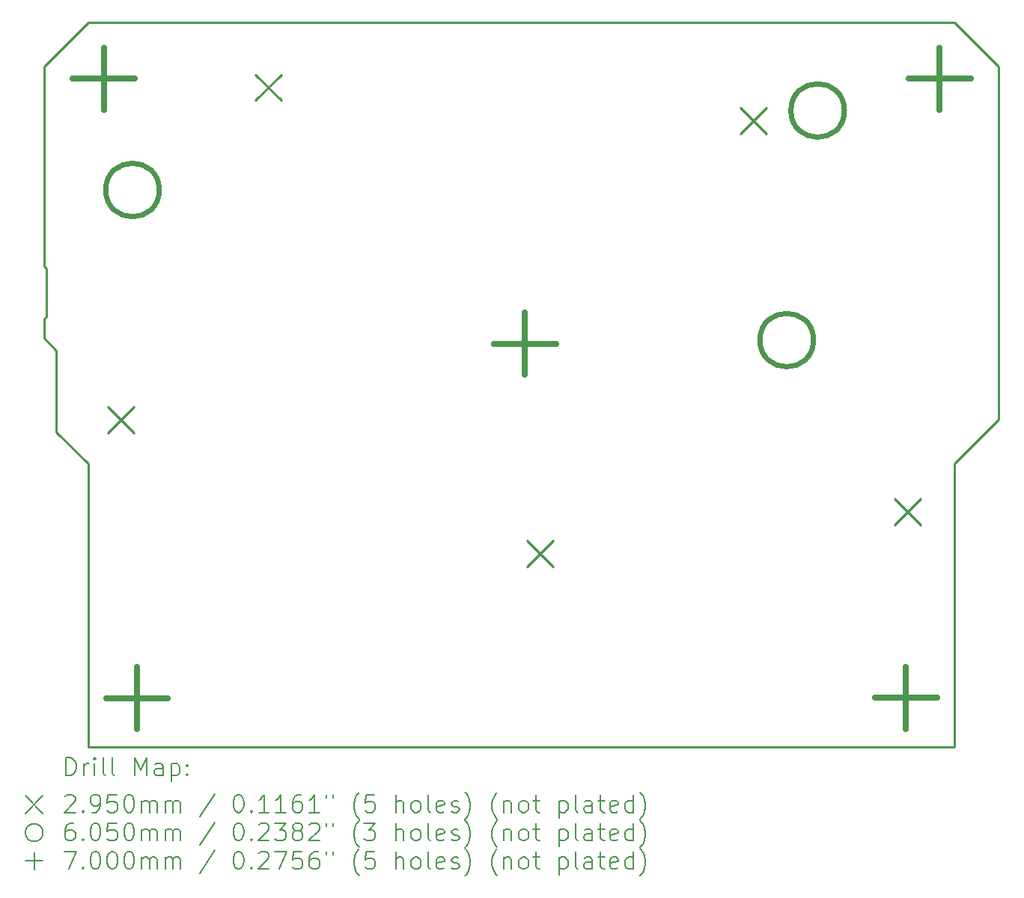
<source format=gbr>
%TF.GenerationSoftware,KiCad,Pcbnew,9.0.7*%
%TF.CreationDate,2026-02-04T15:52:09+00:00*%
%TF.ProjectId,FED3 tester 1st production aux,46454433-2074-4657-9374-657220317374,rev?*%
%TF.SameCoordinates,PX6146580PY6dc4960*%
%TF.FileFunction,Drillmap*%
%TF.FilePolarity,Positive*%
%FSLAX45Y45*%
G04 Gerber Fmt 4.5, Leading zero omitted, Abs format (unit mm)*
G04 Created by KiCad (PCBNEW 9.0.7) date 2026-02-04 15:52:09*
%MOMM*%
%LPD*%
G01*
G04 APERTURE LIST*
%ADD10C,0.250000*%
%ADD11C,0.200000*%
%ADD12C,0.295000*%
%ADD13C,0.605000*%
%ADD14C,0.700000*%
G04 APERTURE END LIST*
D10*
X-360000Y3565000D02*
X-360000Y4485000D01*
X9800000Y8205000D02*
X10300000Y7705000D01*
X-472000Y5417000D02*
X-500000Y5445000D01*
X-500000Y7705000D02*
X0Y8205000D01*
X-472000Y4873000D02*
X-472000Y5417000D01*
X-500000Y5445000D02*
X-500000Y7705000D01*
X3600000Y8205000D02*
X6200000Y8205000D01*
X-500000Y4845000D02*
X-472000Y4873000D01*
X9800000Y3210000D02*
X9800000Y0D01*
X10300000Y3710000D02*
X9800000Y3210000D01*
X0Y3205000D02*
X-360000Y3565000D01*
X0Y8205000D02*
X3600000Y8205000D01*
X-500000Y4625000D02*
X-500000Y4845000D01*
X10300000Y7705000D02*
X10300000Y3710000D01*
X9800000Y0D02*
X0Y0D01*
X0Y3205000D02*
X0Y0D01*
X-360000Y4485000D02*
X-500000Y4625000D01*
X6200000Y8205000D02*
X9800000Y8205000D01*
D11*
D12*
X222500Y3851605D02*
X517500Y3556605D01*
X517500Y3851605D02*
X222500Y3556605D01*
X1887500Y7612500D02*
X2182500Y7317500D01*
X2182500Y7612500D02*
X1887500Y7317500D01*
X4962500Y2331605D02*
X5257500Y2036605D01*
X5257500Y2331605D02*
X4962500Y2036605D01*
X7372500Y7236605D02*
X7667500Y6941605D01*
X7667500Y7236605D02*
X7372500Y6941605D01*
X9117500Y2811605D02*
X9412500Y2516605D01*
X9412500Y2811605D02*
X9117500Y2516605D01*
D13*
X802610Y6305000D02*
G75*
G02*
X197610Y6305000I-302500J0D01*
G01*
X197610Y6305000D02*
G75*
G02*
X802610Y6305000I302500J0D01*
G01*
X8202500Y4605000D02*
G75*
G02*
X7597500Y4605000I-302500J0D01*
G01*
X7597500Y4605000D02*
G75*
G02*
X8202500Y4605000I302500J0D01*
G01*
X8552500Y7205000D02*
G75*
G02*
X7947500Y7205000I-302500J0D01*
G01*
X7947500Y7205000D02*
G75*
G02*
X8552500Y7205000I302500J0D01*
G01*
D14*
X175000Y7915000D02*
X175000Y7215000D01*
X-175000Y7565000D02*
X525000Y7565000D01*
X550000Y900000D02*
X550000Y200000D01*
X200000Y550000D02*
X900000Y550000D01*
X4940110Y4915000D02*
X4940110Y4215000D01*
X4590110Y4565000D02*
X5290110Y4565000D01*
X9250000Y905000D02*
X9250000Y205000D01*
X8900000Y555000D02*
X9600000Y555000D01*
X9630000Y7915000D02*
X9630000Y7215000D01*
X9280000Y7565000D02*
X9980000Y7565000D01*
D11*
X-251723Y-323984D02*
X-251723Y-123984D01*
X-251723Y-123984D02*
X-204104Y-123984D01*
X-204104Y-123984D02*
X-175533Y-133508D01*
X-175533Y-133508D02*
X-156485Y-152555D01*
X-156485Y-152555D02*
X-146961Y-171603D01*
X-146961Y-171603D02*
X-137438Y-209698D01*
X-137438Y-209698D02*
X-137438Y-238269D01*
X-137438Y-238269D02*
X-146961Y-276365D01*
X-146961Y-276365D02*
X-156485Y-295412D01*
X-156485Y-295412D02*
X-175533Y-314460D01*
X-175533Y-314460D02*
X-204104Y-323984D01*
X-204104Y-323984D02*
X-251723Y-323984D01*
X-51723Y-323984D02*
X-51723Y-190650D01*
X-51723Y-228746D02*
X-42199Y-209698D01*
X-42199Y-209698D02*
X-32676Y-200174D01*
X-32676Y-200174D02*
X-13628Y-190650D01*
X-13628Y-190650D02*
X5420Y-190650D01*
X72086Y-323984D02*
X72086Y-190650D01*
X72086Y-123984D02*
X62562Y-133508D01*
X62562Y-133508D02*
X72086Y-143031D01*
X72086Y-143031D02*
X81610Y-133508D01*
X81610Y-133508D02*
X72086Y-123984D01*
X72086Y-123984D02*
X72086Y-143031D01*
X195896Y-323984D02*
X176848Y-314460D01*
X176848Y-314460D02*
X167324Y-295412D01*
X167324Y-295412D02*
X167324Y-123984D01*
X300658Y-323984D02*
X281610Y-314460D01*
X281610Y-314460D02*
X272086Y-295412D01*
X272086Y-295412D02*
X272086Y-123984D01*
X529229Y-323984D02*
X529229Y-123984D01*
X529229Y-123984D02*
X595896Y-266841D01*
X595896Y-266841D02*
X662563Y-123984D01*
X662563Y-123984D02*
X662563Y-323984D01*
X843515Y-323984D02*
X843515Y-219222D01*
X843515Y-219222D02*
X833991Y-200174D01*
X833991Y-200174D02*
X814943Y-190650D01*
X814943Y-190650D02*
X776848Y-190650D01*
X776848Y-190650D02*
X757801Y-200174D01*
X843515Y-314460D02*
X824467Y-323984D01*
X824467Y-323984D02*
X776848Y-323984D01*
X776848Y-323984D02*
X757801Y-314460D01*
X757801Y-314460D02*
X748277Y-295412D01*
X748277Y-295412D02*
X748277Y-276365D01*
X748277Y-276365D02*
X757801Y-257317D01*
X757801Y-257317D02*
X776848Y-247793D01*
X776848Y-247793D02*
X824467Y-247793D01*
X824467Y-247793D02*
X843515Y-238269D01*
X938753Y-190650D02*
X938753Y-390650D01*
X938753Y-200174D02*
X957801Y-190650D01*
X957801Y-190650D02*
X995896Y-190650D01*
X995896Y-190650D02*
X1014943Y-200174D01*
X1014943Y-200174D02*
X1024467Y-209698D01*
X1024467Y-209698D02*
X1033991Y-228746D01*
X1033991Y-228746D02*
X1033991Y-285889D01*
X1033991Y-285889D02*
X1024467Y-304936D01*
X1024467Y-304936D02*
X1014943Y-314460D01*
X1014943Y-314460D02*
X995896Y-323984D01*
X995896Y-323984D02*
X957801Y-323984D01*
X957801Y-323984D02*
X938753Y-314460D01*
X1119705Y-304936D02*
X1129229Y-314460D01*
X1129229Y-314460D02*
X1119705Y-323984D01*
X1119705Y-323984D02*
X1110182Y-314460D01*
X1110182Y-314460D02*
X1119705Y-304936D01*
X1119705Y-304936D02*
X1119705Y-323984D01*
X1119705Y-200174D02*
X1129229Y-209698D01*
X1129229Y-209698D02*
X1119705Y-219222D01*
X1119705Y-219222D02*
X1110182Y-209698D01*
X1110182Y-209698D02*
X1119705Y-200174D01*
X1119705Y-200174D02*
X1119705Y-219222D01*
X-712500Y-552500D02*
X-512500Y-752500D01*
X-512500Y-552500D02*
X-712500Y-752500D01*
X-261247Y-563031D02*
X-251723Y-553508D01*
X-251723Y-553508D02*
X-232676Y-543984D01*
X-232676Y-543984D02*
X-185056Y-543984D01*
X-185056Y-543984D02*
X-166009Y-553508D01*
X-166009Y-553508D02*
X-156485Y-563031D01*
X-156485Y-563031D02*
X-146961Y-582079D01*
X-146961Y-582079D02*
X-146961Y-601127D01*
X-146961Y-601127D02*
X-156485Y-629698D01*
X-156485Y-629698D02*
X-270771Y-743984D01*
X-270771Y-743984D02*
X-146961Y-743984D01*
X-61247Y-724936D02*
X-51723Y-734460D01*
X-51723Y-734460D02*
X-61247Y-743984D01*
X-61247Y-743984D02*
X-70771Y-734460D01*
X-70771Y-734460D02*
X-61247Y-724936D01*
X-61247Y-724936D02*
X-61247Y-743984D01*
X43515Y-743984D02*
X81610Y-743984D01*
X81610Y-743984D02*
X100658Y-734460D01*
X100658Y-734460D02*
X110182Y-724936D01*
X110182Y-724936D02*
X129229Y-696365D01*
X129229Y-696365D02*
X138753Y-658270D01*
X138753Y-658270D02*
X138753Y-582079D01*
X138753Y-582079D02*
X129229Y-563031D01*
X129229Y-563031D02*
X119705Y-553508D01*
X119705Y-553508D02*
X100658Y-543984D01*
X100658Y-543984D02*
X62562Y-543984D01*
X62562Y-543984D02*
X43515Y-553508D01*
X43515Y-553508D02*
X33991Y-563031D01*
X33991Y-563031D02*
X24467Y-582079D01*
X24467Y-582079D02*
X24467Y-629698D01*
X24467Y-629698D02*
X33991Y-648746D01*
X33991Y-648746D02*
X43515Y-658270D01*
X43515Y-658270D02*
X62562Y-667793D01*
X62562Y-667793D02*
X100658Y-667793D01*
X100658Y-667793D02*
X119705Y-658270D01*
X119705Y-658270D02*
X129229Y-648746D01*
X129229Y-648746D02*
X138753Y-629698D01*
X319705Y-543984D02*
X224467Y-543984D01*
X224467Y-543984D02*
X214943Y-639222D01*
X214943Y-639222D02*
X224467Y-629698D01*
X224467Y-629698D02*
X243515Y-620174D01*
X243515Y-620174D02*
X291134Y-620174D01*
X291134Y-620174D02*
X310182Y-629698D01*
X310182Y-629698D02*
X319705Y-639222D01*
X319705Y-639222D02*
X329229Y-658270D01*
X329229Y-658270D02*
X329229Y-705888D01*
X329229Y-705888D02*
X319705Y-724936D01*
X319705Y-724936D02*
X310182Y-734460D01*
X310182Y-734460D02*
X291134Y-743984D01*
X291134Y-743984D02*
X243515Y-743984D01*
X243515Y-743984D02*
X224467Y-734460D01*
X224467Y-734460D02*
X214943Y-724936D01*
X453039Y-543984D02*
X472086Y-543984D01*
X472086Y-543984D02*
X491134Y-553508D01*
X491134Y-553508D02*
X500658Y-563031D01*
X500658Y-563031D02*
X510182Y-582079D01*
X510182Y-582079D02*
X519705Y-620174D01*
X519705Y-620174D02*
X519705Y-667793D01*
X519705Y-667793D02*
X510182Y-705888D01*
X510182Y-705888D02*
X500658Y-724936D01*
X500658Y-724936D02*
X491134Y-734460D01*
X491134Y-734460D02*
X472086Y-743984D01*
X472086Y-743984D02*
X453039Y-743984D01*
X453039Y-743984D02*
X433991Y-734460D01*
X433991Y-734460D02*
X424467Y-724936D01*
X424467Y-724936D02*
X414943Y-705888D01*
X414943Y-705888D02*
X405420Y-667793D01*
X405420Y-667793D02*
X405420Y-620174D01*
X405420Y-620174D02*
X414943Y-582079D01*
X414943Y-582079D02*
X424467Y-563031D01*
X424467Y-563031D02*
X433991Y-553508D01*
X433991Y-553508D02*
X453039Y-543984D01*
X605420Y-743984D02*
X605420Y-610650D01*
X605420Y-629698D02*
X614944Y-620174D01*
X614944Y-620174D02*
X633991Y-610650D01*
X633991Y-610650D02*
X662563Y-610650D01*
X662563Y-610650D02*
X681610Y-620174D01*
X681610Y-620174D02*
X691134Y-639222D01*
X691134Y-639222D02*
X691134Y-743984D01*
X691134Y-639222D02*
X700658Y-620174D01*
X700658Y-620174D02*
X719705Y-610650D01*
X719705Y-610650D02*
X748277Y-610650D01*
X748277Y-610650D02*
X767324Y-620174D01*
X767324Y-620174D02*
X776848Y-639222D01*
X776848Y-639222D02*
X776848Y-743984D01*
X872086Y-743984D02*
X872086Y-610650D01*
X872086Y-629698D02*
X881610Y-620174D01*
X881610Y-620174D02*
X900658Y-610650D01*
X900658Y-610650D02*
X929229Y-610650D01*
X929229Y-610650D02*
X948277Y-620174D01*
X948277Y-620174D02*
X957801Y-639222D01*
X957801Y-639222D02*
X957801Y-743984D01*
X957801Y-639222D02*
X967324Y-620174D01*
X967324Y-620174D02*
X986372Y-610650D01*
X986372Y-610650D02*
X1014943Y-610650D01*
X1014943Y-610650D02*
X1033991Y-620174D01*
X1033991Y-620174D02*
X1043515Y-639222D01*
X1043515Y-639222D02*
X1043515Y-743984D01*
X1433991Y-534460D02*
X1262563Y-791603D01*
X1691134Y-543984D02*
X1710182Y-543984D01*
X1710182Y-543984D02*
X1729229Y-553508D01*
X1729229Y-553508D02*
X1738753Y-563031D01*
X1738753Y-563031D02*
X1748277Y-582079D01*
X1748277Y-582079D02*
X1757801Y-620174D01*
X1757801Y-620174D02*
X1757801Y-667793D01*
X1757801Y-667793D02*
X1748277Y-705888D01*
X1748277Y-705888D02*
X1738753Y-724936D01*
X1738753Y-724936D02*
X1729229Y-734460D01*
X1729229Y-734460D02*
X1710182Y-743984D01*
X1710182Y-743984D02*
X1691134Y-743984D01*
X1691134Y-743984D02*
X1672086Y-734460D01*
X1672086Y-734460D02*
X1662563Y-724936D01*
X1662563Y-724936D02*
X1653039Y-705888D01*
X1653039Y-705888D02*
X1643515Y-667793D01*
X1643515Y-667793D02*
X1643515Y-620174D01*
X1643515Y-620174D02*
X1653039Y-582079D01*
X1653039Y-582079D02*
X1662563Y-563031D01*
X1662563Y-563031D02*
X1672086Y-553508D01*
X1672086Y-553508D02*
X1691134Y-543984D01*
X1843515Y-724936D02*
X1853039Y-734460D01*
X1853039Y-734460D02*
X1843515Y-743984D01*
X1843515Y-743984D02*
X1833991Y-734460D01*
X1833991Y-734460D02*
X1843515Y-724936D01*
X1843515Y-724936D02*
X1843515Y-743984D01*
X2043515Y-743984D02*
X1929229Y-743984D01*
X1986372Y-743984D02*
X1986372Y-543984D01*
X1986372Y-543984D02*
X1967325Y-572555D01*
X1967325Y-572555D02*
X1948277Y-591603D01*
X1948277Y-591603D02*
X1929229Y-601127D01*
X2233991Y-743984D02*
X2119706Y-743984D01*
X2176848Y-743984D02*
X2176848Y-543984D01*
X2176848Y-543984D02*
X2157801Y-572555D01*
X2157801Y-572555D02*
X2138753Y-591603D01*
X2138753Y-591603D02*
X2119706Y-601127D01*
X2405420Y-543984D02*
X2367325Y-543984D01*
X2367325Y-543984D02*
X2348277Y-553508D01*
X2348277Y-553508D02*
X2338753Y-563031D01*
X2338753Y-563031D02*
X2319706Y-591603D01*
X2319706Y-591603D02*
X2310182Y-629698D01*
X2310182Y-629698D02*
X2310182Y-705888D01*
X2310182Y-705888D02*
X2319706Y-724936D01*
X2319706Y-724936D02*
X2329229Y-734460D01*
X2329229Y-734460D02*
X2348277Y-743984D01*
X2348277Y-743984D02*
X2386372Y-743984D01*
X2386372Y-743984D02*
X2405420Y-734460D01*
X2405420Y-734460D02*
X2414944Y-724936D01*
X2414944Y-724936D02*
X2424468Y-705888D01*
X2424468Y-705888D02*
X2424468Y-658270D01*
X2424468Y-658270D02*
X2414944Y-639222D01*
X2414944Y-639222D02*
X2405420Y-629698D01*
X2405420Y-629698D02*
X2386372Y-620174D01*
X2386372Y-620174D02*
X2348277Y-620174D01*
X2348277Y-620174D02*
X2329229Y-629698D01*
X2329229Y-629698D02*
X2319706Y-639222D01*
X2319706Y-639222D02*
X2310182Y-658270D01*
X2614944Y-743984D02*
X2500658Y-743984D01*
X2557801Y-743984D02*
X2557801Y-543984D01*
X2557801Y-543984D02*
X2538753Y-572555D01*
X2538753Y-572555D02*
X2519706Y-591603D01*
X2519706Y-591603D02*
X2500658Y-601127D01*
X2691134Y-543984D02*
X2691134Y-582079D01*
X2767325Y-543984D02*
X2767325Y-582079D01*
X3062563Y-820174D02*
X3053039Y-810650D01*
X3053039Y-810650D02*
X3033991Y-782079D01*
X3033991Y-782079D02*
X3024468Y-763031D01*
X3024468Y-763031D02*
X3014944Y-734460D01*
X3014944Y-734460D02*
X3005420Y-686841D01*
X3005420Y-686841D02*
X3005420Y-648746D01*
X3005420Y-648746D02*
X3014944Y-601127D01*
X3014944Y-601127D02*
X3024468Y-572555D01*
X3024468Y-572555D02*
X3033991Y-553508D01*
X3033991Y-553508D02*
X3053039Y-524936D01*
X3053039Y-524936D02*
X3062563Y-515412D01*
X3233991Y-543984D02*
X3138753Y-543984D01*
X3138753Y-543984D02*
X3129229Y-639222D01*
X3129229Y-639222D02*
X3138753Y-629698D01*
X3138753Y-629698D02*
X3157801Y-620174D01*
X3157801Y-620174D02*
X3205420Y-620174D01*
X3205420Y-620174D02*
X3224468Y-629698D01*
X3224468Y-629698D02*
X3233991Y-639222D01*
X3233991Y-639222D02*
X3243515Y-658270D01*
X3243515Y-658270D02*
X3243515Y-705888D01*
X3243515Y-705888D02*
X3233991Y-724936D01*
X3233991Y-724936D02*
X3224468Y-734460D01*
X3224468Y-734460D02*
X3205420Y-743984D01*
X3205420Y-743984D02*
X3157801Y-743984D01*
X3157801Y-743984D02*
X3138753Y-734460D01*
X3138753Y-734460D02*
X3129229Y-724936D01*
X3481610Y-743984D02*
X3481610Y-543984D01*
X3567325Y-743984D02*
X3567325Y-639222D01*
X3567325Y-639222D02*
X3557801Y-620174D01*
X3557801Y-620174D02*
X3538753Y-610650D01*
X3538753Y-610650D02*
X3510182Y-610650D01*
X3510182Y-610650D02*
X3491134Y-620174D01*
X3491134Y-620174D02*
X3481610Y-629698D01*
X3691134Y-743984D02*
X3672087Y-734460D01*
X3672087Y-734460D02*
X3662563Y-724936D01*
X3662563Y-724936D02*
X3653039Y-705888D01*
X3653039Y-705888D02*
X3653039Y-648746D01*
X3653039Y-648746D02*
X3662563Y-629698D01*
X3662563Y-629698D02*
X3672087Y-620174D01*
X3672087Y-620174D02*
X3691134Y-610650D01*
X3691134Y-610650D02*
X3719706Y-610650D01*
X3719706Y-610650D02*
X3738753Y-620174D01*
X3738753Y-620174D02*
X3748277Y-629698D01*
X3748277Y-629698D02*
X3757801Y-648746D01*
X3757801Y-648746D02*
X3757801Y-705888D01*
X3757801Y-705888D02*
X3748277Y-724936D01*
X3748277Y-724936D02*
X3738753Y-734460D01*
X3738753Y-734460D02*
X3719706Y-743984D01*
X3719706Y-743984D02*
X3691134Y-743984D01*
X3872087Y-743984D02*
X3853039Y-734460D01*
X3853039Y-734460D02*
X3843515Y-715412D01*
X3843515Y-715412D02*
X3843515Y-543984D01*
X4024468Y-734460D02*
X4005420Y-743984D01*
X4005420Y-743984D02*
X3967325Y-743984D01*
X3967325Y-743984D02*
X3948277Y-734460D01*
X3948277Y-734460D02*
X3938753Y-715412D01*
X3938753Y-715412D02*
X3938753Y-639222D01*
X3938753Y-639222D02*
X3948277Y-620174D01*
X3948277Y-620174D02*
X3967325Y-610650D01*
X3967325Y-610650D02*
X4005420Y-610650D01*
X4005420Y-610650D02*
X4024468Y-620174D01*
X4024468Y-620174D02*
X4033991Y-639222D01*
X4033991Y-639222D02*
X4033991Y-658270D01*
X4033991Y-658270D02*
X3938753Y-677317D01*
X4110182Y-734460D02*
X4129230Y-743984D01*
X4129230Y-743984D02*
X4167325Y-743984D01*
X4167325Y-743984D02*
X4186372Y-734460D01*
X4186372Y-734460D02*
X4195896Y-715412D01*
X4195896Y-715412D02*
X4195896Y-705888D01*
X4195896Y-705888D02*
X4186372Y-686841D01*
X4186372Y-686841D02*
X4167325Y-677317D01*
X4167325Y-677317D02*
X4138753Y-677317D01*
X4138753Y-677317D02*
X4119706Y-667793D01*
X4119706Y-667793D02*
X4110182Y-648746D01*
X4110182Y-648746D02*
X4110182Y-639222D01*
X4110182Y-639222D02*
X4119706Y-620174D01*
X4119706Y-620174D02*
X4138753Y-610650D01*
X4138753Y-610650D02*
X4167325Y-610650D01*
X4167325Y-610650D02*
X4186372Y-620174D01*
X4262563Y-820174D02*
X4272087Y-810650D01*
X4272087Y-810650D02*
X4291134Y-782079D01*
X4291134Y-782079D02*
X4300658Y-763031D01*
X4300658Y-763031D02*
X4310182Y-734460D01*
X4310182Y-734460D02*
X4319706Y-686841D01*
X4319706Y-686841D02*
X4319706Y-648746D01*
X4319706Y-648746D02*
X4310182Y-601127D01*
X4310182Y-601127D02*
X4300658Y-572555D01*
X4300658Y-572555D02*
X4291134Y-553508D01*
X4291134Y-553508D02*
X4272087Y-524936D01*
X4272087Y-524936D02*
X4262563Y-515412D01*
X4624468Y-820174D02*
X4614944Y-810650D01*
X4614944Y-810650D02*
X4595896Y-782079D01*
X4595896Y-782079D02*
X4586373Y-763031D01*
X4586373Y-763031D02*
X4576849Y-734460D01*
X4576849Y-734460D02*
X4567325Y-686841D01*
X4567325Y-686841D02*
X4567325Y-648746D01*
X4567325Y-648746D02*
X4576849Y-601127D01*
X4576849Y-601127D02*
X4586373Y-572555D01*
X4586373Y-572555D02*
X4595896Y-553508D01*
X4595896Y-553508D02*
X4614944Y-524936D01*
X4614944Y-524936D02*
X4624468Y-515412D01*
X4700658Y-610650D02*
X4700658Y-743984D01*
X4700658Y-629698D02*
X4710182Y-620174D01*
X4710182Y-620174D02*
X4729230Y-610650D01*
X4729230Y-610650D02*
X4757801Y-610650D01*
X4757801Y-610650D02*
X4776849Y-620174D01*
X4776849Y-620174D02*
X4786373Y-639222D01*
X4786373Y-639222D02*
X4786373Y-743984D01*
X4910182Y-743984D02*
X4891134Y-734460D01*
X4891134Y-734460D02*
X4881611Y-724936D01*
X4881611Y-724936D02*
X4872087Y-705888D01*
X4872087Y-705888D02*
X4872087Y-648746D01*
X4872087Y-648746D02*
X4881611Y-629698D01*
X4881611Y-629698D02*
X4891134Y-620174D01*
X4891134Y-620174D02*
X4910182Y-610650D01*
X4910182Y-610650D02*
X4938754Y-610650D01*
X4938754Y-610650D02*
X4957801Y-620174D01*
X4957801Y-620174D02*
X4967325Y-629698D01*
X4967325Y-629698D02*
X4976849Y-648746D01*
X4976849Y-648746D02*
X4976849Y-705888D01*
X4976849Y-705888D02*
X4967325Y-724936D01*
X4967325Y-724936D02*
X4957801Y-734460D01*
X4957801Y-734460D02*
X4938754Y-743984D01*
X4938754Y-743984D02*
X4910182Y-743984D01*
X5033992Y-610650D02*
X5110182Y-610650D01*
X5062563Y-543984D02*
X5062563Y-715412D01*
X5062563Y-715412D02*
X5072087Y-734460D01*
X5072087Y-734460D02*
X5091134Y-743984D01*
X5091134Y-743984D02*
X5110182Y-743984D01*
X5329230Y-610650D02*
X5329230Y-810650D01*
X5329230Y-620174D02*
X5348277Y-610650D01*
X5348277Y-610650D02*
X5386373Y-610650D01*
X5386373Y-610650D02*
X5405420Y-620174D01*
X5405420Y-620174D02*
X5414944Y-629698D01*
X5414944Y-629698D02*
X5424468Y-648746D01*
X5424468Y-648746D02*
X5424468Y-705888D01*
X5424468Y-705888D02*
X5414944Y-724936D01*
X5414944Y-724936D02*
X5405420Y-734460D01*
X5405420Y-734460D02*
X5386373Y-743984D01*
X5386373Y-743984D02*
X5348277Y-743984D01*
X5348277Y-743984D02*
X5329230Y-734460D01*
X5538754Y-743984D02*
X5519706Y-734460D01*
X5519706Y-734460D02*
X5510182Y-715412D01*
X5510182Y-715412D02*
X5510182Y-543984D01*
X5700658Y-743984D02*
X5700658Y-639222D01*
X5700658Y-639222D02*
X5691134Y-620174D01*
X5691134Y-620174D02*
X5672087Y-610650D01*
X5672087Y-610650D02*
X5633992Y-610650D01*
X5633992Y-610650D02*
X5614944Y-620174D01*
X5700658Y-734460D02*
X5681611Y-743984D01*
X5681611Y-743984D02*
X5633992Y-743984D01*
X5633992Y-743984D02*
X5614944Y-734460D01*
X5614944Y-734460D02*
X5605420Y-715412D01*
X5605420Y-715412D02*
X5605420Y-696365D01*
X5605420Y-696365D02*
X5614944Y-677317D01*
X5614944Y-677317D02*
X5633992Y-667793D01*
X5633992Y-667793D02*
X5681611Y-667793D01*
X5681611Y-667793D02*
X5700658Y-658270D01*
X5767325Y-610650D02*
X5843515Y-610650D01*
X5795896Y-543984D02*
X5795896Y-715412D01*
X5795896Y-715412D02*
X5805420Y-734460D01*
X5805420Y-734460D02*
X5824468Y-743984D01*
X5824468Y-743984D02*
X5843515Y-743984D01*
X5986373Y-734460D02*
X5967325Y-743984D01*
X5967325Y-743984D02*
X5929230Y-743984D01*
X5929230Y-743984D02*
X5910182Y-734460D01*
X5910182Y-734460D02*
X5900658Y-715412D01*
X5900658Y-715412D02*
X5900658Y-639222D01*
X5900658Y-639222D02*
X5910182Y-620174D01*
X5910182Y-620174D02*
X5929230Y-610650D01*
X5929230Y-610650D02*
X5967325Y-610650D01*
X5967325Y-610650D02*
X5986373Y-620174D01*
X5986373Y-620174D02*
X5995896Y-639222D01*
X5995896Y-639222D02*
X5995896Y-658270D01*
X5995896Y-658270D02*
X5900658Y-677317D01*
X6167325Y-743984D02*
X6167325Y-543984D01*
X6167325Y-734460D02*
X6148277Y-743984D01*
X6148277Y-743984D02*
X6110182Y-743984D01*
X6110182Y-743984D02*
X6091134Y-734460D01*
X6091134Y-734460D02*
X6081611Y-724936D01*
X6081611Y-724936D02*
X6072087Y-705888D01*
X6072087Y-705888D02*
X6072087Y-648746D01*
X6072087Y-648746D02*
X6081611Y-629698D01*
X6081611Y-629698D02*
X6091134Y-620174D01*
X6091134Y-620174D02*
X6110182Y-610650D01*
X6110182Y-610650D02*
X6148277Y-610650D01*
X6148277Y-610650D02*
X6167325Y-620174D01*
X6243515Y-820174D02*
X6253039Y-810650D01*
X6253039Y-810650D02*
X6272087Y-782079D01*
X6272087Y-782079D02*
X6281611Y-763031D01*
X6281611Y-763031D02*
X6291134Y-734460D01*
X6291134Y-734460D02*
X6300658Y-686841D01*
X6300658Y-686841D02*
X6300658Y-648746D01*
X6300658Y-648746D02*
X6291134Y-601127D01*
X6291134Y-601127D02*
X6281611Y-572555D01*
X6281611Y-572555D02*
X6272087Y-553508D01*
X6272087Y-553508D02*
X6253039Y-524936D01*
X6253039Y-524936D02*
X6243515Y-515412D01*
X-512500Y-972500D02*
G75*
G02*
X-712500Y-972500I-100000J0D01*
G01*
X-712500Y-972500D02*
G75*
G02*
X-512500Y-972500I100000J0D01*
G01*
X-166009Y-863984D02*
X-204104Y-863984D01*
X-204104Y-863984D02*
X-223152Y-873508D01*
X-223152Y-873508D02*
X-232676Y-883031D01*
X-232676Y-883031D02*
X-251723Y-911603D01*
X-251723Y-911603D02*
X-261247Y-949698D01*
X-261247Y-949698D02*
X-261247Y-1025888D01*
X-261247Y-1025888D02*
X-251723Y-1044936D01*
X-251723Y-1044936D02*
X-242199Y-1054460D01*
X-242199Y-1054460D02*
X-223152Y-1063984D01*
X-223152Y-1063984D02*
X-185056Y-1063984D01*
X-185056Y-1063984D02*
X-166009Y-1054460D01*
X-166009Y-1054460D02*
X-156485Y-1044936D01*
X-156485Y-1044936D02*
X-146961Y-1025888D01*
X-146961Y-1025888D02*
X-146961Y-978269D01*
X-146961Y-978269D02*
X-156485Y-959222D01*
X-156485Y-959222D02*
X-166009Y-949698D01*
X-166009Y-949698D02*
X-185056Y-940174D01*
X-185056Y-940174D02*
X-223152Y-940174D01*
X-223152Y-940174D02*
X-242199Y-949698D01*
X-242199Y-949698D02*
X-251723Y-959222D01*
X-251723Y-959222D02*
X-261247Y-978269D01*
X-61247Y-1044936D02*
X-51723Y-1054460D01*
X-51723Y-1054460D02*
X-61247Y-1063984D01*
X-61247Y-1063984D02*
X-70771Y-1054460D01*
X-70771Y-1054460D02*
X-61247Y-1044936D01*
X-61247Y-1044936D02*
X-61247Y-1063984D01*
X72086Y-863984D02*
X91134Y-863984D01*
X91134Y-863984D02*
X110182Y-873508D01*
X110182Y-873508D02*
X119705Y-883031D01*
X119705Y-883031D02*
X129229Y-902079D01*
X129229Y-902079D02*
X138753Y-940174D01*
X138753Y-940174D02*
X138753Y-987793D01*
X138753Y-987793D02*
X129229Y-1025888D01*
X129229Y-1025888D02*
X119705Y-1044936D01*
X119705Y-1044936D02*
X110182Y-1054460D01*
X110182Y-1054460D02*
X91134Y-1063984D01*
X91134Y-1063984D02*
X72086Y-1063984D01*
X72086Y-1063984D02*
X53039Y-1054460D01*
X53039Y-1054460D02*
X43515Y-1044936D01*
X43515Y-1044936D02*
X33991Y-1025888D01*
X33991Y-1025888D02*
X24467Y-987793D01*
X24467Y-987793D02*
X24467Y-940174D01*
X24467Y-940174D02*
X33991Y-902079D01*
X33991Y-902079D02*
X43515Y-883031D01*
X43515Y-883031D02*
X53039Y-873508D01*
X53039Y-873508D02*
X72086Y-863984D01*
X319705Y-863984D02*
X224467Y-863984D01*
X224467Y-863984D02*
X214943Y-959222D01*
X214943Y-959222D02*
X224467Y-949698D01*
X224467Y-949698D02*
X243515Y-940174D01*
X243515Y-940174D02*
X291134Y-940174D01*
X291134Y-940174D02*
X310182Y-949698D01*
X310182Y-949698D02*
X319705Y-959222D01*
X319705Y-959222D02*
X329229Y-978269D01*
X329229Y-978269D02*
X329229Y-1025888D01*
X329229Y-1025888D02*
X319705Y-1044936D01*
X319705Y-1044936D02*
X310182Y-1054460D01*
X310182Y-1054460D02*
X291134Y-1063984D01*
X291134Y-1063984D02*
X243515Y-1063984D01*
X243515Y-1063984D02*
X224467Y-1054460D01*
X224467Y-1054460D02*
X214943Y-1044936D01*
X453039Y-863984D02*
X472086Y-863984D01*
X472086Y-863984D02*
X491134Y-873508D01*
X491134Y-873508D02*
X500658Y-883031D01*
X500658Y-883031D02*
X510182Y-902079D01*
X510182Y-902079D02*
X519705Y-940174D01*
X519705Y-940174D02*
X519705Y-987793D01*
X519705Y-987793D02*
X510182Y-1025888D01*
X510182Y-1025888D02*
X500658Y-1044936D01*
X500658Y-1044936D02*
X491134Y-1054460D01*
X491134Y-1054460D02*
X472086Y-1063984D01*
X472086Y-1063984D02*
X453039Y-1063984D01*
X453039Y-1063984D02*
X433991Y-1054460D01*
X433991Y-1054460D02*
X424467Y-1044936D01*
X424467Y-1044936D02*
X414943Y-1025888D01*
X414943Y-1025888D02*
X405420Y-987793D01*
X405420Y-987793D02*
X405420Y-940174D01*
X405420Y-940174D02*
X414943Y-902079D01*
X414943Y-902079D02*
X424467Y-883031D01*
X424467Y-883031D02*
X433991Y-873508D01*
X433991Y-873508D02*
X453039Y-863984D01*
X605420Y-1063984D02*
X605420Y-930650D01*
X605420Y-949698D02*
X614944Y-940174D01*
X614944Y-940174D02*
X633991Y-930650D01*
X633991Y-930650D02*
X662563Y-930650D01*
X662563Y-930650D02*
X681610Y-940174D01*
X681610Y-940174D02*
X691134Y-959222D01*
X691134Y-959222D02*
X691134Y-1063984D01*
X691134Y-959222D02*
X700658Y-940174D01*
X700658Y-940174D02*
X719705Y-930650D01*
X719705Y-930650D02*
X748277Y-930650D01*
X748277Y-930650D02*
X767324Y-940174D01*
X767324Y-940174D02*
X776848Y-959222D01*
X776848Y-959222D02*
X776848Y-1063984D01*
X872086Y-1063984D02*
X872086Y-930650D01*
X872086Y-949698D02*
X881610Y-940174D01*
X881610Y-940174D02*
X900658Y-930650D01*
X900658Y-930650D02*
X929229Y-930650D01*
X929229Y-930650D02*
X948277Y-940174D01*
X948277Y-940174D02*
X957801Y-959222D01*
X957801Y-959222D02*
X957801Y-1063984D01*
X957801Y-959222D02*
X967324Y-940174D01*
X967324Y-940174D02*
X986372Y-930650D01*
X986372Y-930650D02*
X1014943Y-930650D01*
X1014943Y-930650D02*
X1033991Y-940174D01*
X1033991Y-940174D02*
X1043515Y-959222D01*
X1043515Y-959222D02*
X1043515Y-1063984D01*
X1433991Y-854460D02*
X1262563Y-1111603D01*
X1691134Y-863984D02*
X1710182Y-863984D01*
X1710182Y-863984D02*
X1729229Y-873508D01*
X1729229Y-873508D02*
X1738753Y-883031D01*
X1738753Y-883031D02*
X1748277Y-902079D01*
X1748277Y-902079D02*
X1757801Y-940174D01*
X1757801Y-940174D02*
X1757801Y-987793D01*
X1757801Y-987793D02*
X1748277Y-1025888D01*
X1748277Y-1025888D02*
X1738753Y-1044936D01*
X1738753Y-1044936D02*
X1729229Y-1054460D01*
X1729229Y-1054460D02*
X1710182Y-1063984D01*
X1710182Y-1063984D02*
X1691134Y-1063984D01*
X1691134Y-1063984D02*
X1672086Y-1054460D01*
X1672086Y-1054460D02*
X1662563Y-1044936D01*
X1662563Y-1044936D02*
X1653039Y-1025888D01*
X1653039Y-1025888D02*
X1643515Y-987793D01*
X1643515Y-987793D02*
X1643515Y-940174D01*
X1643515Y-940174D02*
X1653039Y-902079D01*
X1653039Y-902079D02*
X1662563Y-883031D01*
X1662563Y-883031D02*
X1672086Y-873508D01*
X1672086Y-873508D02*
X1691134Y-863984D01*
X1843515Y-1044936D02*
X1853039Y-1054460D01*
X1853039Y-1054460D02*
X1843515Y-1063984D01*
X1843515Y-1063984D02*
X1833991Y-1054460D01*
X1833991Y-1054460D02*
X1843515Y-1044936D01*
X1843515Y-1044936D02*
X1843515Y-1063984D01*
X1929229Y-883031D02*
X1938753Y-873508D01*
X1938753Y-873508D02*
X1957801Y-863984D01*
X1957801Y-863984D02*
X2005420Y-863984D01*
X2005420Y-863984D02*
X2024467Y-873508D01*
X2024467Y-873508D02*
X2033991Y-883031D01*
X2033991Y-883031D02*
X2043515Y-902079D01*
X2043515Y-902079D02*
X2043515Y-921127D01*
X2043515Y-921127D02*
X2033991Y-949698D01*
X2033991Y-949698D02*
X1919706Y-1063984D01*
X1919706Y-1063984D02*
X2043515Y-1063984D01*
X2110182Y-863984D02*
X2233991Y-863984D01*
X2233991Y-863984D02*
X2167325Y-940174D01*
X2167325Y-940174D02*
X2195896Y-940174D01*
X2195896Y-940174D02*
X2214944Y-949698D01*
X2214944Y-949698D02*
X2224468Y-959222D01*
X2224468Y-959222D02*
X2233991Y-978269D01*
X2233991Y-978269D02*
X2233991Y-1025888D01*
X2233991Y-1025888D02*
X2224468Y-1044936D01*
X2224468Y-1044936D02*
X2214944Y-1054460D01*
X2214944Y-1054460D02*
X2195896Y-1063984D01*
X2195896Y-1063984D02*
X2138753Y-1063984D01*
X2138753Y-1063984D02*
X2119706Y-1054460D01*
X2119706Y-1054460D02*
X2110182Y-1044936D01*
X2348277Y-949698D02*
X2329229Y-940174D01*
X2329229Y-940174D02*
X2319706Y-930650D01*
X2319706Y-930650D02*
X2310182Y-911603D01*
X2310182Y-911603D02*
X2310182Y-902079D01*
X2310182Y-902079D02*
X2319706Y-883031D01*
X2319706Y-883031D02*
X2329229Y-873508D01*
X2329229Y-873508D02*
X2348277Y-863984D01*
X2348277Y-863984D02*
X2386372Y-863984D01*
X2386372Y-863984D02*
X2405420Y-873508D01*
X2405420Y-873508D02*
X2414944Y-883031D01*
X2414944Y-883031D02*
X2424468Y-902079D01*
X2424468Y-902079D02*
X2424468Y-911603D01*
X2424468Y-911603D02*
X2414944Y-930650D01*
X2414944Y-930650D02*
X2405420Y-940174D01*
X2405420Y-940174D02*
X2386372Y-949698D01*
X2386372Y-949698D02*
X2348277Y-949698D01*
X2348277Y-949698D02*
X2329229Y-959222D01*
X2329229Y-959222D02*
X2319706Y-968746D01*
X2319706Y-968746D02*
X2310182Y-987793D01*
X2310182Y-987793D02*
X2310182Y-1025888D01*
X2310182Y-1025888D02*
X2319706Y-1044936D01*
X2319706Y-1044936D02*
X2329229Y-1054460D01*
X2329229Y-1054460D02*
X2348277Y-1063984D01*
X2348277Y-1063984D02*
X2386372Y-1063984D01*
X2386372Y-1063984D02*
X2405420Y-1054460D01*
X2405420Y-1054460D02*
X2414944Y-1044936D01*
X2414944Y-1044936D02*
X2424468Y-1025888D01*
X2424468Y-1025888D02*
X2424468Y-987793D01*
X2424468Y-987793D02*
X2414944Y-968746D01*
X2414944Y-968746D02*
X2405420Y-959222D01*
X2405420Y-959222D02*
X2386372Y-949698D01*
X2500658Y-883031D02*
X2510182Y-873508D01*
X2510182Y-873508D02*
X2529229Y-863984D01*
X2529229Y-863984D02*
X2576849Y-863984D01*
X2576849Y-863984D02*
X2595896Y-873508D01*
X2595896Y-873508D02*
X2605420Y-883031D01*
X2605420Y-883031D02*
X2614944Y-902079D01*
X2614944Y-902079D02*
X2614944Y-921127D01*
X2614944Y-921127D02*
X2605420Y-949698D01*
X2605420Y-949698D02*
X2491134Y-1063984D01*
X2491134Y-1063984D02*
X2614944Y-1063984D01*
X2691134Y-863984D02*
X2691134Y-902079D01*
X2767325Y-863984D02*
X2767325Y-902079D01*
X3062563Y-1140174D02*
X3053039Y-1130650D01*
X3053039Y-1130650D02*
X3033991Y-1102079D01*
X3033991Y-1102079D02*
X3024468Y-1083031D01*
X3024468Y-1083031D02*
X3014944Y-1054460D01*
X3014944Y-1054460D02*
X3005420Y-1006841D01*
X3005420Y-1006841D02*
X3005420Y-968746D01*
X3005420Y-968746D02*
X3014944Y-921127D01*
X3014944Y-921127D02*
X3024468Y-892555D01*
X3024468Y-892555D02*
X3033991Y-873508D01*
X3033991Y-873508D02*
X3053039Y-844936D01*
X3053039Y-844936D02*
X3062563Y-835412D01*
X3119706Y-863984D02*
X3243515Y-863984D01*
X3243515Y-863984D02*
X3176848Y-940174D01*
X3176848Y-940174D02*
X3205420Y-940174D01*
X3205420Y-940174D02*
X3224468Y-949698D01*
X3224468Y-949698D02*
X3233991Y-959222D01*
X3233991Y-959222D02*
X3243515Y-978269D01*
X3243515Y-978269D02*
X3243515Y-1025888D01*
X3243515Y-1025888D02*
X3233991Y-1044936D01*
X3233991Y-1044936D02*
X3224468Y-1054460D01*
X3224468Y-1054460D02*
X3205420Y-1063984D01*
X3205420Y-1063984D02*
X3148277Y-1063984D01*
X3148277Y-1063984D02*
X3129229Y-1054460D01*
X3129229Y-1054460D02*
X3119706Y-1044936D01*
X3481610Y-1063984D02*
X3481610Y-863984D01*
X3567325Y-1063984D02*
X3567325Y-959222D01*
X3567325Y-959222D02*
X3557801Y-940174D01*
X3557801Y-940174D02*
X3538753Y-930650D01*
X3538753Y-930650D02*
X3510182Y-930650D01*
X3510182Y-930650D02*
X3491134Y-940174D01*
X3491134Y-940174D02*
X3481610Y-949698D01*
X3691134Y-1063984D02*
X3672087Y-1054460D01*
X3672087Y-1054460D02*
X3662563Y-1044936D01*
X3662563Y-1044936D02*
X3653039Y-1025888D01*
X3653039Y-1025888D02*
X3653039Y-968746D01*
X3653039Y-968746D02*
X3662563Y-949698D01*
X3662563Y-949698D02*
X3672087Y-940174D01*
X3672087Y-940174D02*
X3691134Y-930650D01*
X3691134Y-930650D02*
X3719706Y-930650D01*
X3719706Y-930650D02*
X3738753Y-940174D01*
X3738753Y-940174D02*
X3748277Y-949698D01*
X3748277Y-949698D02*
X3757801Y-968746D01*
X3757801Y-968746D02*
X3757801Y-1025888D01*
X3757801Y-1025888D02*
X3748277Y-1044936D01*
X3748277Y-1044936D02*
X3738753Y-1054460D01*
X3738753Y-1054460D02*
X3719706Y-1063984D01*
X3719706Y-1063984D02*
X3691134Y-1063984D01*
X3872087Y-1063984D02*
X3853039Y-1054460D01*
X3853039Y-1054460D02*
X3843515Y-1035412D01*
X3843515Y-1035412D02*
X3843515Y-863984D01*
X4024468Y-1054460D02*
X4005420Y-1063984D01*
X4005420Y-1063984D02*
X3967325Y-1063984D01*
X3967325Y-1063984D02*
X3948277Y-1054460D01*
X3948277Y-1054460D02*
X3938753Y-1035412D01*
X3938753Y-1035412D02*
X3938753Y-959222D01*
X3938753Y-959222D02*
X3948277Y-940174D01*
X3948277Y-940174D02*
X3967325Y-930650D01*
X3967325Y-930650D02*
X4005420Y-930650D01*
X4005420Y-930650D02*
X4024468Y-940174D01*
X4024468Y-940174D02*
X4033991Y-959222D01*
X4033991Y-959222D02*
X4033991Y-978269D01*
X4033991Y-978269D02*
X3938753Y-997317D01*
X4110182Y-1054460D02*
X4129230Y-1063984D01*
X4129230Y-1063984D02*
X4167325Y-1063984D01*
X4167325Y-1063984D02*
X4186372Y-1054460D01*
X4186372Y-1054460D02*
X4195896Y-1035412D01*
X4195896Y-1035412D02*
X4195896Y-1025888D01*
X4195896Y-1025888D02*
X4186372Y-1006841D01*
X4186372Y-1006841D02*
X4167325Y-997317D01*
X4167325Y-997317D02*
X4138753Y-997317D01*
X4138753Y-997317D02*
X4119706Y-987793D01*
X4119706Y-987793D02*
X4110182Y-968746D01*
X4110182Y-968746D02*
X4110182Y-959222D01*
X4110182Y-959222D02*
X4119706Y-940174D01*
X4119706Y-940174D02*
X4138753Y-930650D01*
X4138753Y-930650D02*
X4167325Y-930650D01*
X4167325Y-930650D02*
X4186372Y-940174D01*
X4262563Y-1140174D02*
X4272087Y-1130650D01*
X4272087Y-1130650D02*
X4291134Y-1102079D01*
X4291134Y-1102079D02*
X4300658Y-1083031D01*
X4300658Y-1083031D02*
X4310182Y-1054460D01*
X4310182Y-1054460D02*
X4319706Y-1006841D01*
X4319706Y-1006841D02*
X4319706Y-968746D01*
X4319706Y-968746D02*
X4310182Y-921127D01*
X4310182Y-921127D02*
X4300658Y-892555D01*
X4300658Y-892555D02*
X4291134Y-873508D01*
X4291134Y-873508D02*
X4272087Y-844936D01*
X4272087Y-844936D02*
X4262563Y-835412D01*
X4624468Y-1140174D02*
X4614944Y-1130650D01*
X4614944Y-1130650D02*
X4595896Y-1102079D01*
X4595896Y-1102079D02*
X4586373Y-1083031D01*
X4586373Y-1083031D02*
X4576849Y-1054460D01*
X4576849Y-1054460D02*
X4567325Y-1006841D01*
X4567325Y-1006841D02*
X4567325Y-968746D01*
X4567325Y-968746D02*
X4576849Y-921127D01*
X4576849Y-921127D02*
X4586373Y-892555D01*
X4586373Y-892555D02*
X4595896Y-873508D01*
X4595896Y-873508D02*
X4614944Y-844936D01*
X4614944Y-844936D02*
X4624468Y-835412D01*
X4700658Y-930650D02*
X4700658Y-1063984D01*
X4700658Y-949698D02*
X4710182Y-940174D01*
X4710182Y-940174D02*
X4729230Y-930650D01*
X4729230Y-930650D02*
X4757801Y-930650D01*
X4757801Y-930650D02*
X4776849Y-940174D01*
X4776849Y-940174D02*
X4786373Y-959222D01*
X4786373Y-959222D02*
X4786373Y-1063984D01*
X4910182Y-1063984D02*
X4891134Y-1054460D01*
X4891134Y-1054460D02*
X4881611Y-1044936D01*
X4881611Y-1044936D02*
X4872087Y-1025888D01*
X4872087Y-1025888D02*
X4872087Y-968746D01*
X4872087Y-968746D02*
X4881611Y-949698D01*
X4881611Y-949698D02*
X4891134Y-940174D01*
X4891134Y-940174D02*
X4910182Y-930650D01*
X4910182Y-930650D02*
X4938754Y-930650D01*
X4938754Y-930650D02*
X4957801Y-940174D01*
X4957801Y-940174D02*
X4967325Y-949698D01*
X4967325Y-949698D02*
X4976849Y-968746D01*
X4976849Y-968746D02*
X4976849Y-1025888D01*
X4976849Y-1025888D02*
X4967325Y-1044936D01*
X4967325Y-1044936D02*
X4957801Y-1054460D01*
X4957801Y-1054460D02*
X4938754Y-1063984D01*
X4938754Y-1063984D02*
X4910182Y-1063984D01*
X5033992Y-930650D02*
X5110182Y-930650D01*
X5062563Y-863984D02*
X5062563Y-1035412D01*
X5062563Y-1035412D02*
X5072087Y-1054460D01*
X5072087Y-1054460D02*
X5091134Y-1063984D01*
X5091134Y-1063984D02*
X5110182Y-1063984D01*
X5329230Y-930650D02*
X5329230Y-1130650D01*
X5329230Y-940174D02*
X5348277Y-930650D01*
X5348277Y-930650D02*
X5386373Y-930650D01*
X5386373Y-930650D02*
X5405420Y-940174D01*
X5405420Y-940174D02*
X5414944Y-949698D01*
X5414944Y-949698D02*
X5424468Y-968746D01*
X5424468Y-968746D02*
X5424468Y-1025888D01*
X5424468Y-1025888D02*
X5414944Y-1044936D01*
X5414944Y-1044936D02*
X5405420Y-1054460D01*
X5405420Y-1054460D02*
X5386373Y-1063984D01*
X5386373Y-1063984D02*
X5348277Y-1063984D01*
X5348277Y-1063984D02*
X5329230Y-1054460D01*
X5538754Y-1063984D02*
X5519706Y-1054460D01*
X5519706Y-1054460D02*
X5510182Y-1035412D01*
X5510182Y-1035412D02*
X5510182Y-863984D01*
X5700658Y-1063984D02*
X5700658Y-959222D01*
X5700658Y-959222D02*
X5691134Y-940174D01*
X5691134Y-940174D02*
X5672087Y-930650D01*
X5672087Y-930650D02*
X5633992Y-930650D01*
X5633992Y-930650D02*
X5614944Y-940174D01*
X5700658Y-1054460D02*
X5681611Y-1063984D01*
X5681611Y-1063984D02*
X5633992Y-1063984D01*
X5633992Y-1063984D02*
X5614944Y-1054460D01*
X5614944Y-1054460D02*
X5605420Y-1035412D01*
X5605420Y-1035412D02*
X5605420Y-1016365D01*
X5605420Y-1016365D02*
X5614944Y-997317D01*
X5614944Y-997317D02*
X5633992Y-987793D01*
X5633992Y-987793D02*
X5681611Y-987793D01*
X5681611Y-987793D02*
X5700658Y-978269D01*
X5767325Y-930650D02*
X5843515Y-930650D01*
X5795896Y-863984D02*
X5795896Y-1035412D01*
X5795896Y-1035412D02*
X5805420Y-1054460D01*
X5805420Y-1054460D02*
X5824468Y-1063984D01*
X5824468Y-1063984D02*
X5843515Y-1063984D01*
X5986373Y-1054460D02*
X5967325Y-1063984D01*
X5967325Y-1063984D02*
X5929230Y-1063984D01*
X5929230Y-1063984D02*
X5910182Y-1054460D01*
X5910182Y-1054460D02*
X5900658Y-1035412D01*
X5900658Y-1035412D02*
X5900658Y-959222D01*
X5900658Y-959222D02*
X5910182Y-940174D01*
X5910182Y-940174D02*
X5929230Y-930650D01*
X5929230Y-930650D02*
X5967325Y-930650D01*
X5967325Y-930650D02*
X5986373Y-940174D01*
X5986373Y-940174D02*
X5995896Y-959222D01*
X5995896Y-959222D02*
X5995896Y-978269D01*
X5995896Y-978269D02*
X5900658Y-997317D01*
X6167325Y-1063984D02*
X6167325Y-863984D01*
X6167325Y-1054460D02*
X6148277Y-1063984D01*
X6148277Y-1063984D02*
X6110182Y-1063984D01*
X6110182Y-1063984D02*
X6091134Y-1054460D01*
X6091134Y-1054460D02*
X6081611Y-1044936D01*
X6081611Y-1044936D02*
X6072087Y-1025888D01*
X6072087Y-1025888D02*
X6072087Y-968746D01*
X6072087Y-968746D02*
X6081611Y-949698D01*
X6081611Y-949698D02*
X6091134Y-940174D01*
X6091134Y-940174D02*
X6110182Y-930650D01*
X6110182Y-930650D02*
X6148277Y-930650D01*
X6148277Y-930650D02*
X6167325Y-940174D01*
X6243515Y-1140174D02*
X6253039Y-1130650D01*
X6253039Y-1130650D02*
X6272087Y-1102079D01*
X6272087Y-1102079D02*
X6281611Y-1083031D01*
X6281611Y-1083031D02*
X6291134Y-1054460D01*
X6291134Y-1054460D02*
X6300658Y-1006841D01*
X6300658Y-1006841D02*
X6300658Y-968746D01*
X6300658Y-968746D02*
X6291134Y-921127D01*
X6291134Y-921127D02*
X6281611Y-892555D01*
X6281611Y-892555D02*
X6272087Y-873508D01*
X6272087Y-873508D02*
X6253039Y-844936D01*
X6253039Y-844936D02*
X6243515Y-835412D01*
X-612500Y-1192500D02*
X-612500Y-1392500D01*
X-712500Y-1292500D02*
X-512500Y-1292500D01*
X-270771Y-1183984D02*
X-137438Y-1183984D01*
X-137438Y-1183984D02*
X-223152Y-1383984D01*
X-61247Y-1364936D02*
X-51723Y-1374460D01*
X-51723Y-1374460D02*
X-61247Y-1383984D01*
X-61247Y-1383984D02*
X-70771Y-1374460D01*
X-70771Y-1374460D02*
X-61247Y-1364936D01*
X-61247Y-1364936D02*
X-61247Y-1383984D01*
X72086Y-1183984D02*
X91134Y-1183984D01*
X91134Y-1183984D02*
X110182Y-1193508D01*
X110182Y-1193508D02*
X119705Y-1203031D01*
X119705Y-1203031D02*
X129229Y-1222079D01*
X129229Y-1222079D02*
X138753Y-1260174D01*
X138753Y-1260174D02*
X138753Y-1307793D01*
X138753Y-1307793D02*
X129229Y-1345889D01*
X129229Y-1345889D02*
X119705Y-1364936D01*
X119705Y-1364936D02*
X110182Y-1374460D01*
X110182Y-1374460D02*
X91134Y-1383984D01*
X91134Y-1383984D02*
X72086Y-1383984D01*
X72086Y-1383984D02*
X53039Y-1374460D01*
X53039Y-1374460D02*
X43515Y-1364936D01*
X43515Y-1364936D02*
X33991Y-1345889D01*
X33991Y-1345889D02*
X24467Y-1307793D01*
X24467Y-1307793D02*
X24467Y-1260174D01*
X24467Y-1260174D02*
X33991Y-1222079D01*
X33991Y-1222079D02*
X43515Y-1203031D01*
X43515Y-1203031D02*
X53039Y-1193508D01*
X53039Y-1193508D02*
X72086Y-1183984D01*
X262563Y-1183984D02*
X281610Y-1183984D01*
X281610Y-1183984D02*
X300658Y-1193508D01*
X300658Y-1193508D02*
X310182Y-1203031D01*
X310182Y-1203031D02*
X319705Y-1222079D01*
X319705Y-1222079D02*
X329229Y-1260174D01*
X329229Y-1260174D02*
X329229Y-1307793D01*
X329229Y-1307793D02*
X319705Y-1345889D01*
X319705Y-1345889D02*
X310182Y-1364936D01*
X310182Y-1364936D02*
X300658Y-1374460D01*
X300658Y-1374460D02*
X281610Y-1383984D01*
X281610Y-1383984D02*
X262563Y-1383984D01*
X262563Y-1383984D02*
X243515Y-1374460D01*
X243515Y-1374460D02*
X233991Y-1364936D01*
X233991Y-1364936D02*
X224467Y-1345889D01*
X224467Y-1345889D02*
X214943Y-1307793D01*
X214943Y-1307793D02*
X214943Y-1260174D01*
X214943Y-1260174D02*
X224467Y-1222079D01*
X224467Y-1222079D02*
X233991Y-1203031D01*
X233991Y-1203031D02*
X243515Y-1193508D01*
X243515Y-1193508D02*
X262563Y-1183984D01*
X453039Y-1183984D02*
X472086Y-1183984D01*
X472086Y-1183984D02*
X491134Y-1193508D01*
X491134Y-1193508D02*
X500658Y-1203031D01*
X500658Y-1203031D02*
X510182Y-1222079D01*
X510182Y-1222079D02*
X519705Y-1260174D01*
X519705Y-1260174D02*
X519705Y-1307793D01*
X519705Y-1307793D02*
X510182Y-1345889D01*
X510182Y-1345889D02*
X500658Y-1364936D01*
X500658Y-1364936D02*
X491134Y-1374460D01*
X491134Y-1374460D02*
X472086Y-1383984D01*
X472086Y-1383984D02*
X453039Y-1383984D01*
X453039Y-1383984D02*
X433991Y-1374460D01*
X433991Y-1374460D02*
X424467Y-1364936D01*
X424467Y-1364936D02*
X414943Y-1345889D01*
X414943Y-1345889D02*
X405420Y-1307793D01*
X405420Y-1307793D02*
X405420Y-1260174D01*
X405420Y-1260174D02*
X414943Y-1222079D01*
X414943Y-1222079D02*
X424467Y-1203031D01*
X424467Y-1203031D02*
X433991Y-1193508D01*
X433991Y-1193508D02*
X453039Y-1183984D01*
X605420Y-1383984D02*
X605420Y-1250650D01*
X605420Y-1269698D02*
X614944Y-1260174D01*
X614944Y-1260174D02*
X633991Y-1250650D01*
X633991Y-1250650D02*
X662563Y-1250650D01*
X662563Y-1250650D02*
X681610Y-1260174D01*
X681610Y-1260174D02*
X691134Y-1279222D01*
X691134Y-1279222D02*
X691134Y-1383984D01*
X691134Y-1279222D02*
X700658Y-1260174D01*
X700658Y-1260174D02*
X719705Y-1250650D01*
X719705Y-1250650D02*
X748277Y-1250650D01*
X748277Y-1250650D02*
X767324Y-1260174D01*
X767324Y-1260174D02*
X776848Y-1279222D01*
X776848Y-1279222D02*
X776848Y-1383984D01*
X872086Y-1383984D02*
X872086Y-1250650D01*
X872086Y-1269698D02*
X881610Y-1260174D01*
X881610Y-1260174D02*
X900658Y-1250650D01*
X900658Y-1250650D02*
X929229Y-1250650D01*
X929229Y-1250650D02*
X948277Y-1260174D01*
X948277Y-1260174D02*
X957801Y-1279222D01*
X957801Y-1279222D02*
X957801Y-1383984D01*
X957801Y-1279222D02*
X967324Y-1260174D01*
X967324Y-1260174D02*
X986372Y-1250650D01*
X986372Y-1250650D02*
X1014943Y-1250650D01*
X1014943Y-1250650D02*
X1033991Y-1260174D01*
X1033991Y-1260174D02*
X1043515Y-1279222D01*
X1043515Y-1279222D02*
X1043515Y-1383984D01*
X1433991Y-1174460D02*
X1262563Y-1431603D01*
X1691134Y-1183984D02*
X1710182Y-1183984D01*
X1710182Y-1183984D02*
X1729229Y-1193508D01*
X1729229Y-1193508D02*
X1738753Y-1203031D01*
X1738753Y-1203031D02*
X1748277Y-1222079D01*
X1748277Y-1222079D02*
X1757801Y-1260174D01*
X1757801Y-1260174D02*
X1757801Y-1307793D01*
X1757801Y-1307793D02*
X1748277Y-1345889D01*
X1748277Y-1345889D02*
X1738753Y-1364936D01*
X1738753Y-1364936D02*
X1729229Y-1374460D01*
X1729229Y-1374460D02*
X1710182Y-1383984D01*
X1710182Y-1383984D02*
X1691134Y-1383984D01*
X1691134Y-1383984D02*
X1672086Y-1374460D01*
X1672086Y-1374460D02*
X1662563Y-1364936D01*
X1662563Y-1364936D02*
X1653039Y-1345889D01*
X1653039Y-1345889D02*
X1643515Y-1307793D01*
X1643515Y-1307793D02*
X1643515Y-1260174D01*
X1643515Y-1260174D02*
X1653039Y-1222079D01*
X1653039Y-1222079D02*
X1662563Y-1203031D01*
X1662563Y-1203031D02*
X1672086Y-1193508D01*
X1672086Y-1193508D02*
X1691134Y-1183984D01*
X1843515Y-1364936D02*
X1853039Y-1374460D01*
X1853039Y-1374460D02*
X1843515Y-1383984D01*
X1843515Y-1383984D02*
X1833991Y-1374460D01*
X1833991Y-1374460D02*
X1843515Y-1364936D01*
X1843515Y-1364936D02*
X1843515Y-1383984D01*
X1929229Y-1203031D02*
X1938753Y-1193508D01*
X1938753Y-1193508D02*
X1957801Y-1183984D01*
X1957801Y-1183984D02*
X2005420Y-1183984D01*
X2005420Y-1183984D02*
X2024467Y-1193508D01*
X2024467Y-1193508D02*
X2033991Y-1203031D01*
X2033991Y-1203031D02*
X2043515Y-1222079D01*
X2043515Y-1222079D02*
X2043515Y-1241127D01*
X2043515Y-1241127D02*
X2033991Y-1269698D01*
X2033991Y-1269698D02*
X1919706Y-1383984D01*
X1919706Y-1383984D02*
X2043515Y-1383984D01*
X2110182Y-1183984D02*
X2243515Y-1183984D01*
X2243515Y-1183984D02*
X2157801Y-1383984D01*
X2414944Y-1183984D02*
X2319706Y-1183984D01*
X2319706Y-1183984D02*
X2310182Y-1279222D01*
X2310182Y-1279222D02*
X2319706Y-1269698D01*
X2319706Y-1269698D02*
X2338753Y-1260174D01*
X2338753Y-1260174D02*
X2386372Y-1260174D01*
X2386372Y-1260174D02*
X2405420Y-1269698D01*
X2405420Y-1269698D02*
X2414944Y-1279222D01*
X2414944Y-1279222D02*
X2424468Y-1298270D01*
X2424468Y-1298270D02*
X2424468Y-1345889D01*
X2424468Y-1345889D02*
X2414944Y-1364936D01*
X2414944Y-1364936D02*
X2405420Y-1374460D01*
X2405420Y-1374460D02*
X2386372Y-1383984D01*
X2386372Y-1383984D02*
X2338753Y-1383984D01*
X2338753Y-1383984D02*
X2319706Y-1374460D01*
X2319706Y-1374460D02*
X2310182Y-1364936D01*
X2595896Y-1183984D02*
X2557801Y-1183984D01*
X2557801Y-1183984D02*
X2538753Y-1193508D01*
X2538753Y-1193508D02*
X2529229Y-1203031D01*
X2529229Y-1203031D02*
X2510182Y-1231603D01*
X2510182Y-1231603D02*
X2500658Y-1269698D01*
X2500658Y-1269698D02*
X2500658Y-1345889D01*
X2500658Y-1345889D02*
X2510182Y-1364936D01*
X2510182Y-1364936D02*
X2519706Y-1374460D01*
X2519706Y-1374460D02*
X2538753Y-1383984D01*
X2538753Y-1383984D02*
X2576849Y-1383984D01*
X2576849Y-1383984D02*
X2595896Y-1374460D01*
X2595896Y-1374460D02*
X2605420Y-1364936D01*
X2605420Y-1364936D02*
X2614944Y-1345889D01*
X2614944Y-1345889D02*
X2614944Y-1298270D01*
X2614944Y-1298270D02*
X2605420Y-1279222D01*
X2605420Y-1279222D02*
X2595896Y-1269698D01*
X2595896Y-1269698D02*
X2576849Y-1260174D01*
X2576849Y-1260174D02*
X2538753Y-1260174D01*
X2538753Y-1260174D02*
X2519706Y-1269698D01*
X2519706Y-1269698D02*
X2510182Y-1279222D01*
X2510182Y-1279222D02*
X2500658Y-1298270D01*
X2691134Y-1183984D02*
X2691134Y-1222079D01*
X2767325Y-1183984D02*
X2767325Y-1222079D01*
X3062563Y-1460174D02*
X3053039Y-1450650D01*
X3053039Y-1450650D02*
X3033991Y-1422079D01*
X3033991Y-1422079D02*
X3024468Y-1403031D01*
X3024468Y-1403031D02*
X3014944Y-1374460D01*
X3014944Y-1374460D02*
X3005420Y-1326841D01*
X3005420Y-1326841D02*
X3005420Y-1288746D01*
X3005420Y-1288746D02*
X3014944Y-1241127D01*
X3014944Y-1241127D02*
X3024468Y-1212555D01*
X3024468Y-1212555D02*
X3033991Y-1193508D01*
X3033991Y-1193508D02*
X3053039Y-1164936D01*
X3053039Y-1164936D02*
X3062563Y-1155412D01*
X3233991Y-1183984D02*
X3138753Y-1183984D01*
X3138753Y-1183984D02*
X3129229Y-1279222D01*
X3129229Y-1279222D02*
X3138753Y-1269698D01*
X3138753Y-1269698D02*
X3157801Y-1260174D01*
X3157801Y-1260174D02*
X3205420Y-1260174D01*
X3205420Y-1260174D02*
X3224468Y-1269698D01*
X3224468Y-1269698D02*
X3233991Y-1279222D01*
X3233991Y-1279222D02*
X3243515Y-1298270D01*
X3243515Y-1298270D02*
X3243515Y-1345889D01*
X3243515Y-1345889D02*
X3233991Y-1364936D01*
X3233991Y-1364936D02*
X3224468Y-1374460D01*
X3224468Y-1374460D02*
X3205420Y-1383984D01*
X3205420Y-1383984D02*
X3157801Y-1383984D01*
X3157801Y-1383984D02*
X3138753Y-1374460D01*
X3138753Y-1374460D02*
X3129229Y-1364936D01*
X3481610Y-1383984D02*
X3481610Y-1183984D01*
X3567325Y-1383984D02*
X3567325Y-1279222D01*
X3567325Y-1279222D02*
X3557801Y-1260174D01*
X3557801Y-1260174D02*
X3538753Y-1250650D01*
X3538753Y-1250650D02*
X3510182Y-1250650D01*
X3510182Y-1250650D02*
X3491134Y-1260174D01*
X3491134Y-1260174D02*
X3481610Y-1269698D01*
X3691134Y-1383984D02*
X3672087Y-1374460D01*
X3672087Y-1374460D02*
X3662563Y-1364936D01*
X3662563Y-1364936D02*
X3653039Y-1345889D01*
X3653039Y-1345889D02*
X3653039Y-1288746D01*
X3653039Y-1288746D02*
X3662563Y-1269698D01*
X3662563Y-1269698D02*
X3672087Y-1260174D01*
X3672087Y-1260174D02*
X3691134Y-1250650D01*
X3691134Y-1250650D02*
X3719706Y-1250650D01*
X3719706Y-1250650D02*
X3738753Y-1260174D01*
X3738753Y-1260174D02*
X3748277Y-1269698D01*
X3748277Y-1269698D02*
X3757801Y-1288746D01*
X3757801Y-1288746D02*
X3757801Y-1345889D01*
X3757801Y-1345889D02*
X3748277Y-1364936D01*
X3748277Y-1364936D02*
X3738753Y-1374460D01*
X3738753Y-1374460D02*
X3719706Y-1383984D01*
X3719706Y-1383984D02*
X3691134Y-1383984D01*
X3872087Y-1383984D02*
X3853039Y-1374460D01*
X3853039Y-1374460D02*
X3843515Y-1355412D01*
X3843515Y-1355412D02*
X3843515Y-1183984D01*
X4024468Y-1374460D02*
X4005420Y-1383984D01*
X4005420Y-1383984D02*
X3967325Y-1383984D01*
X3967325Y-1383984D02*
X3948277Y-1374460D01*
X3948277Y-1374460D02*
X3938753Y-1355412D01*
X3938753Y-1355412D02*
X3938753Y-1279222D01*
X3938753Y-1279222D02*
X3948277Y-1260174D01*
X3948277Y-1260174D02*
X3967325Y-1250650D01*
X3967325Y-1250650D02*
X4005420Y-1250650D01*
X4005420Y-1250650D02*
X4024468Y-1260174D01*
X4024468Y-1260174D02*
X4033991Y-1279222D01*
X4033991Y-1279222D02*
X4033991Y-1298270D01*
X4033991Y-1298270D02*
X3938753Y-1317317D01*
X4110182Y-1374460D02*
X4129230Y-1383984D01*
X4129230Y-1383984D02*
X4167325Y-1383984D01*
X4167325Y-1383984D02*
X4186372Y-1374460D01*
X4186372Y-1374460D02*
X4195896Y-1355412D01*
X4195896Y-1355412D02*
X4195896Y-1345889D01*
X4195896Y-1345889D02*
X4186372Y-1326841D01*
X4186372Y-1326841D02*
X4167325Y-1317317D01*
X4167325Y-1317317D02*
X4138753Y-1317317D01*
X4138753Y-1317317D02*
X4119706Y-1307793D01*
X4119706Y-1307793D02*
X4110182Y-1288746D01*
X4110182Y-1288746D02*
X4110182Y-1279222D01*
X4110182Y-1279222D02*
X4119706Y-1260174D01*
X4119706Y-1260174D02*
X4138753Y-1250650D01*
X4138753Y-1250650D02*
X4167325Y-1250650D01*
X4167325Y-1250650D02*
X4186372Y-1260174D01*
X4262563Y-1460174D02*
X4272087Y-1450650D01*
X4272087Y-1450650D02*
X4291134Y-1422079D01*
X4291134Y-1422079D02*
X4300658Y-1403031D01*
X4300658Y-1403031D02*
X4310182Y-1374460D01*
X4310182Y-1374460D02*
X4319706Y-1326841D01*
X4319706Y-1326841D02*
X4319706Y-1288746D01*
X4319706Y-1288746D02*
X4310182Y-1241127D01*
X4310182Y-1241127D02*
X4300658Y-1212555D01*
X4300658Y-1212555D02*
X4291134Y-1193508D01*
X4291134Y-1193508D02*
X4272087Y-1164936D01*
X4272087Y-1164936D02*
X4262563Y-1155412D01*
X4624468Y-1460174D02*
X4614944Y-1450650D01*
X4614944Y-1450650D02*
X4595896Y-1422079D01*
X4595896Y-1422079D02*
X4586373Y-1403031D01*
X4586373Y-1403031D02*
X4576849Y-1374460D01*
X4576849Y-1374460D02*
X4567325Y-1326841D01*
X4567325Y-1326841D02*
X4567325Y-1288746D01*
X4567325Y-1288746D02*
X4576849Y-1241127D01*
X4576849Y-1241127D02*
X4586373Y-1212555D01*
X4586373Y-1212555D02*
X4595896Y-1193508D01*
X4595896Y-1193508D02*
X4614944Y-1164936D01*
X4614944Y-1164936D02*
X4624468Y-1155412D01*
X4700658Y-1250650D02*
X4700658Y-1383984D01*
X4700658Y-1269698D02*
X4710182Y-1260174D01*
X4710182Y-1260174D02*
X4729230Y-1250650D01*
X4729230Y-1250650D02*
X4757801Y-1250650D01*
X4757801Y-1250650D02*
X4776849Y-1260174D01*
X4776849Y-1260174D02*
X4786373Y-1279222D01*
X4786373Y-1279222D02*
X4786373Y-1383984D01*
X4910182Y-1383984D02*
X4891134Y-1374460D01*
X4891134Y-1374460D02*
X4881611Y-1364936D01*
X4881611Y-1364936D02*
X4872087Y-1345889D01*
X4872087Y-1345889D02*
X4872087Y-1288746D01*
X4872087Y-1288746D02*
X4881611Y-1269698D01*
X4881611Y-1269698D02*
X4891134Y-1260174D01*
X4891134Y-1260174D02*
X4910182Y-1250650D01*
X4910182Y-1250650D02*
X4938754Y-1250650D01*
X4938754Y-1250650D02*
X4957801Y-1260174D01*
X4957801Y-1260174D02*
X4967325Y-1269698D01*
X4967325Y-1269698D02*
X4976849Y-1288746D01*
X4976849Y-1288746D02*
X4976849Y-1345889D01*
X4976849Y-1345889D02*
X4967325Y-1364936D01*
X4967325Y-1364936D02*
X4957801Y-1374460D01*
X4957801Y-1374460D02*
X4938754Y-1383984D01*
X4938754Y-1383984D02*
X4910182Y-1383984D01*
X5033992Y-1250650D02*
X5110182Y-1250650D01*
X5062563Y-1183984D02*
X5062563Y-1355412D01*
X5062563Y-1355412D02*
X5072087Y-1374460D01*
X5072087Y-1374460D02*
X5091134Y-1383984D01*
X5091134Y-1383984D02*
X5110182Y-1383984D01*
X5329230Y-1250650D02*
X5329230Y-1450650D01*
X5329230Y-1260174D02*
X5348277Y-1250650D01*
X5348277Y-1250650D02*
X5386373Y-1250650D01*
X5386373Y-1250650D02*
X5405420Y-1260174D01*
X5405420Y-1260174D02*
X5414944Y-1269698D01*
X5414944Y-1269698D02*
X5424468Y-1288746D01*
X5424468Y-1288746D02*
X5424468Y-1345889D01*
X5424468Y-1345889D02*
X5414944Y-1364936D01*
X5414944Y-1364936D02*
X5405420Y-1374460D01*
X5405420Y-1374460D02*
X5386373Y-1383984D01*
X5386373Y-1383984D02*
X5348277Y-1383984D01*
X5348277Y-1383984D02*
X5329230Y-1374460D01*
X5538754Y-1383984D02*
X5519706Y-1374460D01*
X5519706Y-1374460D02*
X5510182Y-1355412D01*
X5510182Y-1355412D02*
X5510182Y-1183984D01*
X5700658Y-1383984D02*
X5700658Y-1279222D01*
X5700658Y-1279222D02*
X5691134Y-1260174D01*
X5691134Y-1260174D02*
X5672087Y-1250650D01*
X5672087Y-1250650D02*
X5633992Y-1250650D01*
X5633992Y-1250650D02*
X5614944Y-1260174D01*
X5700658Y-1374460D02*
X5681611Y-1383984D01*
X5681611Y-1383984D02*
X5633992Y-1383984D01*
X5633992Y-1383984D02*
X5614944Y-1374460D01*
X5614944Y-1374460D02*
X5605420Y-1355412D01*
X5605420Y-1355412D02*
X5605420Y-1336365D01*
X5605420Y-1336365D02*
X5614944Y-1317317D01*
X5614944Y-1317317D02*
X5633992Y-1307793D01*
X5633992Y-1307793D02*
X5681611Y-1307793D01*
X5681611Y-1307793D02*
X5700658Y-1298270D01*
X5767325Y-1250650D02*
X5843515Y-1250650D01*
X5795896Y-1183984D02*
X5795896Y-1355412D01*
X5795896Y-1355412D02*
X5805420Y-1374460D01*
X5805420Y-1374460D02*
X5824468Y-1383984D01*
X5824468Y-1383984D02*
X5843515Y-1383984D01*
X5986373Y-1374460D02*
X5967325Y-1383984D01*
X5967325Y-1383984D02*
X5929230Y-1383984D01*
X5929230Y-1383984D02*
X5910182Y-1374460D01*
X5910182Y-1374460D02*
X5900658Y-1355412D01*
X5900658Y-1355412D02*
X5900658Y-1279222D01*
X5900658Y-1279222D02*
X5910182Y-1260174D01*
X5910182Y-1260174D02*
X5929230Y-1250650D01*
X5929230Y-1250650D02*
X5967325Y-1250650D01*
X5967325Y-1250650D02*
X5986373Y-1260174D01*
X5986373Y-1260174D02*
X5995896Y-1279222D01*
X5995896Y-1279222D02*
X5995896Y-1298270D01*
X5995896Y-1298270D02*
X5900658Y-1317317D01*
X6167325Y-1383984D02*
X6167325Y-1183984D01*
X6167325Y-1374460D02*
X6148277Y-1383984D01*
X6148277Y-1383984D02*
X6110182Y-1383984D01*
X6110182Y-1383984D02*
X6091134Y-1374460D01*
X6091134Y-1374460D02*
X6081611Y-1364936D01*
X6081611Y-1364936D02*
X6072087Y-1345889D01*
X6072087Y-1345889D02*
X6072087Y-1288746D01*
X6072087Y-1288746D02*
X6081611Y-1269698D01*
X6081611Y-1269698D02*
X6091134Y-1260174D01*
X6091134Y-1260174D02*
X6110182Y-1250650D01*
X6110182Y-1250650D02*
X6148277Y-1250650D01*
X6148277Y-1250650D02*
X6167325Y-1260174D01*
X6243515Y-1460174D02*
X6253039Y-1450650D01*
X6253039Y-1450650D02*
X6272087Y-1422079D01*
X6272087Y-1422079D02*
X6281611Y-1403031D01*
X6281611Y-1403031D02*
X6291134Y-1374460D01*
X6291134Y-1374460D02*
X6300658Y-1326841D01*
X6300658Y-1326841D02*
X6300658Y-1288746D01*
X6300658Y-1288746D02*
X6291134Y-1241127D01*
X6291134Y-1241127D02*
X6281611Y-1212555D01*
X6281611Y-1212555D02*
X6272087Y-1193508D01*
X6272087Y-1193508D02*
X6253039Y-1164936D01*
X6253039Y-1164936D02*
X6243515Y-1155412D01*
M02*

</source>
